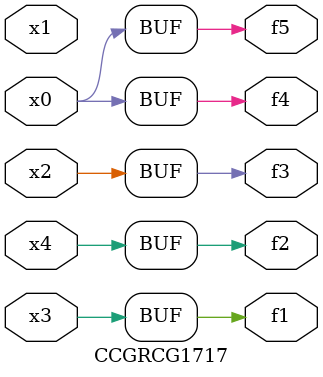
<source format=v>
module CCGRCG1717(
	input x0, x1, x2, x3, x4,
	output f1, f2, f3, f4, f5
);
	assign f1 = x3;
	assign f2 = x4;
	assign f3 = x2;
	assign f4 = x0;
	assign f5 = x0;
endmodule

</source>
